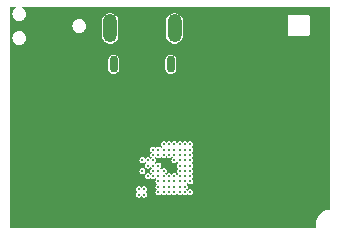
<source format=gbr>
%TF.GenerationSoftware,KiCad,Pcbnew,7.0.7*%
%TF.CreationDate,2023-11-24T16:48:55-08:00*%
%TF.ProjectId,beeper-design,62656570-6572-42d6-9465-7369676e2e6b,rev?*%
%TF.SameCoordinates,Original*%
%TF.FileFunction,Copper,L2,Inr*%
%TF.FilePolarity,Positive*%
%FSLAX46Y46*%
G04 Gerber Fmt 4.6, Leading zero omitted, Abs format (unit mm)*
G04 Created by KiCad (PCBNEW 7.0.7) date 2023-11-24 16:48:55*
%MOMM*%
%LPD*%
G01*
G04 APERTURE LIST*
%TA.AperFunction,ComponentPad*%
%ADD10O,0.730000X1.460000*%
%TD*%
%TA.AperFunction,ComponentPad*%
%ADD11O,1.200000X2.400000*%
%TD*%
%TA.AperFunction,ViaPad*%
%ADD12C,0.300000*%
%TD*%
G04 APERTURE END LIST*
D10*
%TO.N,Net-(C36-Pad1)*%
%TO.C,J6*%
X134719176Y-103485414D03*
X139569176Y-103485414D03*
D11*
X134419176Y-100455414D03*
X139869176Y-100455414D03*
%TD*%
D12*
%TO.N,unconnected-(U1D-P0_03-PadD7)*%
X138955165Y-113410086D03*
%TO.N,unconnected-(U1D-P0_20-PadC8)*%
X138505165Y-113860086D03*
%TO.N,unconnected-(U1B-nRST-PadB10)*%
X137307665Y-114517586D03*
%TO.N,unconnected-(U1E-P1_00-PadK4)*%
X140305165Y-110710086D03*
%TO.N,unconnected-(U1E-P1_07-PadK3)*%
X140755165Y-110710086D03*
%TO.N,unconnected-(U1E-P1_02-PadD5)*%
X139855165Y-113410086D03*
%TO.N,unconnected-(U1E-P1_13-PadH4)*%
X140305165Y-111610086D03*
%TO.N,unconnected-(U1D-P0_16-PadG8)*%
X138505165Y-112060086D03*
%TO.N,unconnected-(U1E-P1_01-PadE8)*%
X138505165Y-112960086D03*
%TO.N,unconnected-(U1E-P1_04-PadB8)*%
X138505165Y-114310086D03*
%TO.N,unconnected-(U1D-P0_23-PadH9)*%
X138055165Y-111610086D03*
%TO.N,unconnected-(U1D-P0_09-PadE7)*%
X138955165Y-112960086D03*
%TO.N,unconnected-(U1D-P0_02-PadD8)*%
X138505165Y-113410086D03*
%TO.N,unconnected-(U1E-P1_10-PadE5)*%
X139855165Y-112960086D03*
%TO.N,unconnected-(U1D-P0_18-PadB11)*%
X136857665Y-114517586D03*
%TO.N,unconnected-(U1D-P0_25-PadC3)*%
X140755165Y-113860086D03*
%TO.N,unconnected-(U1D-P0_10-PadG9)*%
X138055165Y-112060086D03*
%TO.N,unconnected-(U1E-P1_20-PadF3)*%
X140755165Y-112510086D03*
%TO.N,unconnected-(U1E-P1_28-PadF2)*%
X141205165Y-112510086D03*
%TO.N,unconnected-(U1D-P0_15-PadF8)*%
X138505165Y-112510086D03*
%TO.N,unconnected-(U1D-P0_21-PadE10)*%
X137605165Y-112960086D03*
%TO.N,unconnected-(U1D-P0_12-PadD4)*%
X140305165Y-113410086D03*
%TO.N,unconnected-(U1A-OQSIF_CLK-PadB4)*%
X140305165Y-114310086D03*
%TO.N,unconnected-(U1E-P1_19-PadF4)*%
X140305165Y-112510086D03*
%TO.N,unconnected-(U1D-P0_07-PadB6)*%
X139405165Y-114310086D03*
%TO.N,unconnected-(U1D-P0_26-PadC4)*%
X140305165Y-113860086D03*
%TO.N,unconnected-(U1E-P1_15-PadJ6)*%
X139405165Y-111160086D03*
%TO.N,unconnected-(U1D-P0_27-PadL7)*%
X138955165Y-110260086D03*
%TO.N,unconnected-(U1E-P1_24-PadJ3)*%
X140755165Y-111160086D03*
%TO.N,unconnected-(U1D-P0_08-PadG10)*%
X137605165Y-112060086D03*
%TO.N,unconnected-(U1E-P1_08-PadC6)*%
X139405165Y-113860086D03*
%TO.N,unconnected-(U1D-P0_22-PadH2)*%
X141205165Y-111610086D03*
%TO.N,unconnected-(U1D-P0_24-PadF7)*%
X138955165Y-112510086D03*
%TO.N,unconnected-(U1D-P0_17-PadF9)*%
X138055165Y-112510086D03*
%TO.N,unconnected-(U1E-P1_16-PadB5)*%
X139855165Y-114310086D03*
%TO.N,unconnected-(U1A-OQSIF_D3-PadB3)*%
X140755165Y-114310086D03*
%TO.N,unconnected-(U1D-P0_30-PadH10)*%
X137605165Y-111610086D03*
%TO.N,Net-(U1B-XTAL32Mp)*%
X137155165Y-112510086D03*
%TO.N,mcu_mcu-button0_gpio*%
X138055165Y-111160086D03*
%TO.N,/wpwr.module/mcu_mcu-etm_data3*%
X139405165Y-110710086D03*
%TO.N,/wpwr.module/mcu_mcu-mem_sdio2*%
X139855165Y-111610086D03*
%TO.N,/wpwr.module/V18P*%
X141205165Y-111160086D03*
%TO.N,VDDSYS*%
X141205165Y-110710086D03*
%TO.N,mcu_c-i2c_scl*%
X140755165Y-112960086D03*
%TO.N,/wpwr.module/mcu_mcu-mem_sdio0*%
X140305165Y-111160086D03*
%TO.N,GND*%
X138505165Y-111610086D03*
X138505165Y-114760086D03*
X139405165Y-111610086D03*
X137757665Y-114967586D03*
X136407665Y-114967586D03*
X139855165Y-112510086D03*
X139855165Y-112060086D03*
X138505165Y-110260086D03*
X136857665Y-114967586D03*
X136407665Y-113617586D03*
X138955165Y-111610086D03*
X138955165Y-112060086D03*
X137155165Y-112960086D03*
X139405165Y-112510086D03*
X137757665Y-114517586D03*
X136407665Y-114067586D03*
X138055165Y-110260086D03*
X139405165Y-112060086D03*
X141205165Y-113860086D03*
%TO.N,/wpwr.module/mcu_mcu-etm_data0*%
X138505165Y-111160086D03*
%TO.N,/wpwr.module/mcu_mcu-etm_clk*%
X139855165Y-110710086D03*
%TO.N,mcu_q-spi_cs*%
X141205165Y-112960086D03*
%TO.N,board-io_rgb_b*%
X140305165Y-110260086D03*
%TO.N,/wpwr.module/V12*%
X140755165Y-110260086D03*
%TO.N,/wpwr.module/mcu_mcu-etm_data2*%
X138955165Y-111160086D03*
%TO.N,/wpwr.module/mcu_mcu-dbg-m33_swdio*%
X138955165Y-113860086D03*
%TO.N,/wpwr.module/mcu_conn-uart_rx*%
X140305165Y-112960086D03*
%TO.N,/wpwr.module/mcu_mcu-mem_cs*%
X139855165Y-111160086D03*
%TO.N,/wpwr.module/V14*%
X141205165Y-110260086D03*
%TO.N,/wpwr.module/mcu_mcu-mem_sdio1*%
X140755165Y-112060086D03*
%TO.N,mcu_hap-gpio0_gpio*%
X140755165Y-113410086D03*
%TO.N,mcu_c-i2c_sda*%
X141205165Y-113410086D03*
%TO.N,mcu_mcu-wpwr1_gpio*%
X141205165Y-114310086D03*
%TO.N,mcu_q-spi_sdo*%
X138955165Y-114310086D03*
%TO.N,/wpwr.module/mcu_conn-uart_tx*%
X139405165Y-112960086D03*
%TO.N,mcu_q-spi_sdi*%
X141205165Y-112060086D03*
%TO.N,mcu_hap-i2c_scl*%
X139855165Y-113860086D03*
%TO.N,board-io_rgb_r*%
X139855165Y-110260086D03*
%TO.N,mcu_hap-gpio1_gpio*%
X137155165Y-111610086D03*
%TO.N,board-io_rgb_g*%
X139405165Y-110260086D03*
%TO.N,mcu_mcu-wpwr0_gpio*%
X136857665Y-114067586D03*
%TO.N,/wpwr.module/mcu_mcu-etm_data1*%
X138955165Y-110710086D03*
%TO.N,mcu_q-i3c_scl*%
X138055165Y-110710086D03*
%TO.N,mcu_hap-i2c_sda*%
X138055165Y-112960086D03*
%TO.N,/wpwr.module/mcu_mcu-mem_sdio3*%
X140305165Y-112060086D03*
%TO.N,/wpwr.module/mcu_mcu-mem_sck*%
X140755165Y-111610086D03*
%TO.N,mcu_q-spi_sck*%
X137307665Y-114067586D03*
%TO.N,/wpwr.module/mcu_mcu-dbg-m33_swdclk*%
X139405165Y-113410086D03*
%TO.N,board-io_qsen-i3c_sda*%
X138505165Y-110710086D03*
%TD*%
%TA.AperFunction,Conductor*%
%TO.N,GND*%
G36*
X139637943Y-111287797D02*
G01*
X139641805Y-111291659D01*
X139674564Y-111340687D01*
X139723590Y-111373445D01*
X139729543Y-111382355D01*
X139727453Y-111392864D01*
X139723590Y-111396727D01*
X139674564Y-111429485D01*
X139619198Y-111512347D01*
X139599757Y-111610085D01*
X139599757Y-111610086D01*
X139619198Y-111707824D01*
X139619198Y-111707825D01*
X139619199Y-111707826D01*
X139674564Y-111790687D01*
X139757425Y-111846052D01*
X139855165Y-111865494D01*
X139952905Y-111846052D01*
X140035766Y-111790687D01*
X140068523Y-111741659D01*
X140077432Y-111735707D01*
X140087942Y-111737797D01*
X140091804Y-111741660D01*
X140124562Y-111790685D01*
X140124563Y-111790685D01*
X140124564Y-111790687D01*
X140173591Y-111823445D01*
X140179543Y-111832354D01*
X140177453Y-111842863D01*
X140173590Y-111846725D01*
X140124565Y-111879483D01*
X140069198Y-111962347D01*
X140049757Y-112060085D01*
X140049757Y-112060086D01*
X140069198Y-112157824D01*
X140069198Y-112157825D01*
X140069199Y-112157826D01*
X140124564Y-112240687D01*
X140173590Y-112273445D01*
X140179543Y-112282355D01*
X140177453Y-112292864D01*
X140173590Y-112296727D01*
X140124564Y-112329485D01*
X140069198Y-112412347D01*
X140049757Y-112510085D01*
X140049757Y-112510086D01*
X140069198Y-112607824D01*
X140069198Y-112607825D01*
X140069199Y-112607826D01*
X140124564Y-112690687D01*
X140173591Y-112723445D01*
X140179543Y-112732354D01*
X140177453Y-112742863D01*
X140173590Y-112746725D01*
X140124564Y-112779484D01*
X140091804Y-112828511D01*
X140082895Y-112834464D01*
X140072386Y-112832373D01*
X140068523Y-112828511D01*
X140035766Y-112779485D01*
X139952905Y-112724120D01*
X139952904Y-112724119D01*
X139952903Y-112724119D01*
X139855165Y-112704678D01*
X139757426Y-112724119D01*
X139674564Y-112779485D01*
X139641806Y-112828511D01*
X139632896Y-112834464D01*
X139622387Y-112832374D01*
X139618524Y-112828511D01*
X139585766Y-112779485D01*
X139502905Y-112724120D01*
X139502904Y-112724119D01*
X139502903Y-112724119D01*
X139405165Y-112704678D01*
X139307426Y-112724119D01*
X139224564Y-112779485D01*
X139191806Y-112828511D01*
X139182896Y-112834464D01*
X139172387Y-112832374D01*
X139168524Y-112828511D01*
X139135766Y-112779485D01*
X139113420Y-112764554D01*
X139086739Y-112746726D01*
X139080786Y-112737816D01*
X139082876Y-112727307D01*
X139086735Y-112723447D01*
X139135766Y-112690687D01*
X139191131Y-112607826D01*
X139210573Y-112510086D01*
X139191131Y-112412346D01*
X139135766Y-112329485D01*
X139052905Y-112274120D01*
X139052904Y-112274119D01*
X139052903Y-112274119D01*
X138955165Y-112254678D01*
X138857426Y-112274119D01*
X138774564Y-112329485D01*
X138741806Y-112378511D01*
X138732896Y-112384464D01*
X138722387Y-112382374D01*
X138718524Y-112378511D01*
X138685766Y-112329485D01*
X138636738Y-112296726D01*
X138630786Y-112287817D01*
X138632876Y-112277308D01*
X138636739Y-112273445D01*
X138685766Y-112240687D01*
X138741131Y-112157826D01*
X138760573Y-112060086D01*
X138741131Y-111962346D01*
X138685766Y-111879485D01*
X138602905Y-111824120D01*
X138602904Y-111824119D01*
X138602903Y-111824119D01*
X138505165Y-111804678D01*
X138407426Y-111824119D01*
X138324564Y-111879485D01*
X138291806Y-111928511D01*
X138282896Y-111934464D01*
X138272387Y-111932374D01*
X138268524Y-111928511D01*
X138235766Y-111879485D01*
X138186738Y-111846726D01*
X138180786Y-111837817D01*
X138182876Y-111827308D01*
X138186739Y-111823445D01*
X138235766Y-111790687D01*
X138291131Y-111707826D01*
X138310573Y-111610086D01*
X138291131Y-111512346D01*
X138235766Y-111429485D01*
X138186738Y-111396726D01*
X138180786Y-111387817D01*
X138182876Y-111377308D01*
X138186739Y-111373445D01*
X138235766Y-111340687D01*
X138268524Y-111291659D01*
X138277434Y-111285707D01*
X138287943Y-111287797D01*
X138291805Y-111291659D01*
X138324564Y-111340687D01*
X138407425Y-111396052D01*
X138456295Y-111405773D01*
X138505164Y-111415494D01*
X138505164Y-111415493D01*
X138505165Y-111415494D01*
X138602905Y-111396052D01*
X138685766Y-111340687D01*
X138718524Y-111291659D01*
X138727434Y-111285707D01*
X138737943Y-111287797D01*
X138741805Y-111291659D01*
X138774564Y-111340687D01*
X138857425Y-111396052D01*
X138906295Y-111405773D01*
X138955164Y-111415494D01*
X138955164Y-111415493D01*
X138955165Y-111415494D01*
X139052905Y-111396052D01*
X139135766Y-111340687D01*
X139168524Y-111291659D01*
X139177434Y-111285707D01*
X139187943Y-111287797D01*
X139191805Y-111291659D01*
X139224564Y-111340687D01*
X139307425Y-111396052D01*
X139405165Y-111415494D01*
X139502905Y-111396052D01*
X139585766Y-111340687D01*
X139618524Y-111291659D01*
X139627434Y-111285707D01*
X139637943Y-111287797D01*
G37*
%TD.AperFunction*%
%TA.AperFunction,Conductor*%
G36*
X126484222Y-98684601D02*
G01*
X126488323Y-98694500D01*
X126484222Y-98704399D01*
X126479682Y-98707433D01*
X126458859Y-98716058D01*
X126429321Y-98728293D01*
X126429319Y-98728294D01*
X126308999Y-98820620D01*
X126216673Y-98940940D01*
X126216672Y-98940942D01*
X126158633Y-99081061D01*
X126158633Y-99081063D01*
X126143551Y-99195624D01*
X126138837Y-99231428D01*
X126158554Y-99381196D01*
X126158633Y-99381792D01*
X126158633Y-99381794D01*
X126216672Y-99521913D01*
X126216673Y-99521915D01*
X126254586Y-99571323D01*
X126308999Y-99642236D01*
X126429322Y-99734563D01*
X126569441Y-99792602D01*
X126682056Y-99807428D01*
X126757558Y-99807428D01*
X126870173Y-99792602D01*
X127010292Y-99734563D01*
X127130615Y-99642236D01*
X127222942Y-99521913D01*
X127280981Y-99381794D01*
X127300777Y-99231428D01*
X127280981Y-99081062D01*
X127222942Y-98940943D01*
X127130615Y-98820620D01*
X127059702Y-98766207D01*
X127010294Y-98728294D01*
X127010292Y-98728293D01*
X127010292Y-98728292D01*
X126959932Y-98707433D01*
X126952357Y-98699858D01*
X126952357Y-98689142D01*
X126959933Y-98681566D01*
X126965291Y-98680500D01*
X153055500Y-98680500D01*
X153065399Y-98684601D01*
X153069500Y-98694500D01*
X153069500Y-115805500D01*
X153065399Y-115815399D01*
X153055500Y-115819500D01*
X152907093Y-115819500D01*
X152723565Y-115848568D01*
X152546842Y-115905988D01*
X152381286Y-115990344D01*
X152381270Y-115990354D01*
X152230957Y-116099563D01*
X152230949Y-116099570D01*
X152099570Y-116230949D01*
X152099563Y-116230957D01*
X151990354Y-116381270D01*
X151990344Y-116381286D01*
X151905988Y-116546842D01*
X151848568Y-116723565D01*
X151819500Y-116907093D01*
X151819500Y-117305500D01*
X151815399Y-117315399D01*
X151805500Y-117319500D01*
X125944500Y-117319500D01*
X125934601Y-117315399D01*
X125930500Y-117305500D01*
X125930500Y-114517586D01*
X136602257Y-114517586D01*
X136621698Y-114615324D01*
X136621698Y-114615325D01*
X136621699Y-114615326D01*
X136677064Y-114698187D01*
X136759925Y-114753552D01*
X136857665Y-114772994D01*
X136955405Y-114753552D01*
X137038266Y-114698187D01*
X137071024Y-114649159D01*
X137079934Y-114643207D01*
X137090443Y-114645297D01*
X137094305Y-114649159D01*
X137127064Y-114698187D01*
X137209925Y-114753552D01*
X137307665Y-114772994D01*
X137405405Y-114753552D01*
X137488266Y-114698187D01*
X137543631Y-114615326D01*
X137563073Y-114517586D01*
X137543631Y-114419846D01*
X137488266Y-114336985D01*
X137439238Y-114304226D01*
X137433286Y-114295317D01*
X137435376Y-114284808D01*
X137439239Y-114280945D01*
X137488266Y-114248187D01*
X137543631Y-114165326D01*
X137563073Y-114067586D01*
X137560505Y-114054678D01*
X137546786Y-113985707D01*
X137543631Y-113969846D01*
X137488266Y-113886985D01*
X137405405Y-113831620D01*
X137405404Y-113831619D01*
X137405403Y-113831619D01*
X137307665Y-113812178D01*
X137209926Y-113831619D01*
X137127064Y-113886985D01*
X137094306Y-113936011D01*
X137085396Y-113941964D01*
X137074887Y-113939874D01*
X137071024Y-113936011D01*
X137038266Y-113886985D01*
X136955405Y-113831620D01*
X136955404Y-113831619D01*
X136955403Y-113831619D01*
X136857665Y-113812178D01*
X136759926Y-113831619D01*
X136677064Y-113886985D01*
X136621698Y-113969847D01*
X136602257Y-114067585D01*
X136602257Y-114067586D01*
X136621698Y-114165324D01*
X136621698Y-114165325D01*
X136621699Y-114165326D01*
X136677064Y-114248187D01*
X136726090Y-114280945D01*
X136732043Y-114289855D01*
X136729953Y-114300364D01*
X136726090Y-114304227D01*
X136677064Y-114336985D01*
X136621698Y-114419847D01*
X136602257Y-114517585D01*
X136602257Y-114517586D01*
X125930500Y-114517586D01*
X125930500Y-112510086D01*
X136899757Y-112510086D01*
X136919198Y-112607824D01*
X136919198Y-112607825D01*
X136919199Y-112607826D01*
X136974564Y-112690687D01*
X137057425Y-112746052D01*
X137106295Y-112755773D01*
X137155164Y-112765494D01*
X137155164Y-112765493D01*
X137155165Y-112765494D01*
X137252905Y-112746052D01*
X137335766Y-112690687D01*
X137391131Y-112607826D01*
X137410573Y-112510086D01*
X137391131Y-112412346D01*
X137335766Y-112329485D01*
X137252905Y-112274120D01*
X137252904Y-112274119D01*
X137252903Y-112274119D01*
X137155165Y-112254678D01*
X137057426Y-112274119D01*
X136974564Y-112329485D01*
X136919198Y-112412347D01*
X136899757Y-112510085D01*
X136899757Y-112510086D01*
X125930500Y-112510086D01*
X125930500Y-111610086D01*
X136899757Y-111610086D01*
X136919198Y-111707824D01*
X136919198Y-111707825D01*
X136919199Y-111707826D01*
X136974564Y-111790687D01*
X137057425Y-111846052D01*
X137155165Y-111865494D01*
X137252905Y-111846052D01*
X137335766Y-111790687D01*
X137368524Y-111741659D01*
X137377434Y-111735707D01*
X137387943Y-111737797D01*
X137391805Y-111741659D01*
X137424564Y-111790687D01*
X137473591Y-111823445D01*
X137479543Y-111832354D01*
X137477453Y-111842863D01*
X137473590Y-111846725D01*
X137424565Y-111879483D01*
X137369198Y-111962347D01*
X137349757Y-112060085D01*
X137349757Y-112060086D01*
X137369198Y-112157824D01*
X137369198Y-112157825D01*
X137369199Y-112157826D01*
X137424564Y-112240687D01*
X137507425Y-112296052D01*
X137605165Y-112315494D01*
X137702905Y-112296052D01*
X137785766Y-112240687D01*
X137818524Y-112191659D01*
X137827434Y-112185707D01*
X137837943Y-112187797D01*
X137841805Y-112191659D01*
X137874564Y-112240687D01*
X137923590Y-112273445D01*
X137929543Y-112282355D01*
X137927453Y-112292864D01*
X137923590Y-112296727D01*
X137874564Y-112329485D01*
X137819198Y-112412347D01*
X137799757Y-112510085D01*
X137799757Y-112510086D01*
X137819198Y-112607824D01*
X137819198Y-112607825D01*
X137819199Y-112607826D01*
X137874564Y-112690687D01*
X137923591Y-112723445D01*
X137929543Y-112732354D01*
X137927453Y-112742863D01*
X137923590Y-112746725D01*
X137874565Y-112779483D01*
X137841806Y-112828511D01*
X137832896Y-112834464D01*
X137822387Y-112832374D01*
X137818524Y-112828511D01*
X137785766Y-112779485D01*
X137702905Y-112724120D01*
X137702904Y-112724119D01*
X137702903Y-112724119D01*
X137605165Y-112704678D01*
X137507426Y-112724119D01*
X137424564Y-112779485D01*
X137369198Y-112862347D01*
X137349757Y-112960085D01*
X137349757Y-112960086D01*
X137369198Y-113057824D01*
X137369198Y-113057825D01*
X137369199Y-113057826D01*
X137424564Y-113140687D01*
X137507425Y-113196052D01*
X137556295Y-113205773D01*
X137605164Y-113215494D01*
X137605164Y-113215493D01*
X137605165Y-113215494D01*
X137702905Y-113196052D01*
X137785766Y-113140687D01*
X137818524Y-113091659D01*
X137827434Y-113085707D01*
X137837943Y-113087797D01*
X137841805Y-113091659D01*
X137874564Y-113140687D01*
X137957425Y-113196052D01*
X138055165Y-113215494D01*
X138152905Y-113196052D01*
X138235766Y-113140687D01*
X138268524Y-113091659D01*
X138277434Y-113085707D01*
X138287943Y-113087797D01*
X138291805Y-113091659D01*
X138324564Y-113140687D01*
X138373590Y-113173445D01*
X138379543Y-113182355D01*
X138377453Y-113192864D01*
X138373590Y-113196727D01*
X138324564Y-113229485D01*
X138269198Y-113312347D01*
X138249757Y-113410085D01*
X138249757Y-113410086D01*
X138269198Y-113507824D01*
X138269198Y-113507825D01*
X138269199Y-113507826D01*
X138324564Y-113590687D01*
X138373591Y-113623445D01*
X138379543Y-113632354D01*
X138377453Y-113642863D01*
X138373590Y-113646725D01*
X138324565Y-113679483D01*
X138269198Y-113762347D01*
X138249757Y-113860085D01*
X138249757Y-113860086D01*
X138269198Y-113957824D01*
X138269198Y-113957825D01*
X138269199Y-113957826D01*
X138324564Y-114040687D01*
X138373590Y-114073445D01*
X138379543Y-114082355D01*
X138377453Y-114092864D01*
X138373590Y-114096727D01*
X138324564Y-114129485D01*
X138269198Y-114212347D01*
X138249757Y-114310085D01*
X138249757Y-114310086D01*
X138269198Y-114407824D01*
X138269198Y-114407825D01*
X138269199Y-114407826D01*
X138324564Y-114490687D01*
X138407425Y-114546052D01*
X138505165Y-114565494D01*
X138602905Y-114546052D01*
X138685766Y-114490687D01*
X138718524Y-114441659D01*
X138727434Y-114435707D01*
X138737943Y-114437797D01*
X138741805Y-114441659D01*
X138774564Y-114490687D01*
X138857425Y-114546052D01*
X138906295Y-114555773D01*
X138955164Y-114565494D01*
X138955164Y-114565493D01*
X138955165Y-114565494D01*
X139052905Y-114546052D01*
X139135766Y-114490687D01*
X139168524Y-114441659D01*
X139177434Y-114435707D01*
X139187943Y-114437797D01*
X139191805Y-114441659D01*
X139224564Y-114490687D01*
X139307425Y-114546052D01*
X139356295Y-114555773D01*
X139405164Y-114565494D01*
X139405164Y-114565493D01*
X139405165Y-114565494D01*
X139502905Y-114546052D01*
X139585766Y-114490687D01*
X139618524Y-114441659D01*
X139627434Y-114435707D01*
X139637943Y-114437797D01*
X139641805Y-114441659D01*
X139674564Y-114490687D01*
X139757425Y-114546052D01*
X139855165Y-114565494D01*
X139952905Y-114546052D01*
X140035766Y-114490687D01*
X140068523Y-114441659D01*
X140077432Y-114435707D01*
X140087942Y-114437797D01*
X140091804Y-114441660D01*
X140124562Y-114490685D01*
X140124563Y-114490685D01*
X140124564Y-114490687D01*
X140207425Y-114546052D01*
X140305165Y-114565494D01*
X140402905Y-114546052D01*
X140485766Y-114490687D01*
X140518524Y-114441659D01*
X140527434Y-114435707D01*
X140537943Y-114437797D01*
X140541805Y-114441659D01*
X140574564Y-114490687D01*
X140657425Y-114546052D01*
X140706295Y-114555773D01*
X140755164Y-114565494D01*
X140755164Y-114565493D01*
X140755165Y-114565494D01*
X140852905Y-114546052D01*
X140935766Y-114490687D01*
X140968524Y-114441659D01*
X140977434Y-114435707D01*
X140987943Y-114437797D01*
X140991805Y-114441659D01*
X141024564Y-114490687D01*
X141107425Y-114546052D01*
X141156295Y-114555773D01*
X141205164Y-114565494D01*
X141205164Y-114565493D01*
X141205165Y-114565494D01*
X141302905Y-114546052D01*
X141385766Y-114490687D01*
X141441131Y-114407826D01*
X141460573Y-114310086D01*
X141441131Y-114212346D01*
X141385766Y-114129485D01*
X141302905Y-114074120D01*
X141302904Y-114074119D01*
X141302903Y-114074119D01*
X141205165Y-114054678D01*
X141107426Y-114074119D01*
X141024564Y-114129485D01*
X140991806Y-114178511D01*
X140982896Y-114184464D01*
X140972387Y-114182374D01*
X140968524Y-114178511D01*
X140959714Y-114165326D01*
X140935766Y-114129485D01*
X140886738Y-114096726D01*
X140880786Y-114087817D01*
X140882876Y-114077308D01*
X140886739Y-114073445D01*
X140935766Y-114040687D01*
X140991131Y-113957826D01*
X141010573Y-113860086D01*
X141004910Y-113831619D01*
X140991131Y-113762347D01*
X140991131Y-113762346D01*
X140935766Y-113679485D01*
X140886738Y-113646726D01*
X140880786Y-113637817D01*
X140882876Y-113627308D01*
X140886739Y-113623445D01*
X140935766Y-113590687D01*
X140968524Y-113541659D01*
X140977434Y-113535707D01*
X140987943Y-113537797D01*
X140991805Y-113541659D01*
X141024564Y-113590687D01*
X141107425Y-113646052D01*
X141205165Y-113665494D01*
X141302905Y-113646052D01*
X141385766Y-113590687D01*
X141441131Y-113507826D01*
X141460573Y-113410086D01*
X141441131Y-113312346D01*
X141385766Y-113229485D01*
X141336738Y-113196726D01*
X141330786Y-113187817D01*
X141332876Y-113177308D01*
X141336739Y-113173445D01*
X141385766Y-113140687D01*
X141441131Y-113057826D01*
X141460573Y-112960086D01*
X141441131Y-112862346D01*
X141385766Y-112779485D01*
X141385764Y-112779484D01*
X141385764Y-112779483D01*
X141336739Y-112746725D01*
X141330786Y-112737816D01*
X141332877Y-112727307D01*
X141336737Y-112723445D01*
X141385766Y-112690687D01*
X141441131Y-112607826D01*
X141460573Y-112510086D01*
X141441131Y-112412346D01*
X141385766Y-112329485D01*
X141336738Y-112296726D01*
X141330786Y-112287817D01*
X141332876Y-112277308D01*
X141336739Y-112273445D01*
X141385766Y-112240687D01*
X141441131Y-112157826D01*
X141460573Y-112060086D01*
X141441131Y-111962346D01*
X141385766Y-111879485D01*
X141336738Y-111846726D01*
X141330786Y-111837817D01*
X141332876Y-111827308D01*
X141336739Y-111823445D01*
X141385766Y-111790687D01*
X141441131Y-111707826D01*
X141460573Y-111610086D01*
X141441131Y-111512346D01*
X141385766Y-111429485D01*
X141363420Y-111414554D01*
X141336739Y-111396726D01*
X141330786Y-111387816D01*
X141332876Y-111377307D01*
X141336735Y-111373447D01*
X141385766Y-111340687D01*
X141441131Y-111257826D01*
X141460573Y-111160086D01*
X141441131Y-111062346D01*
X141385766Y-110979485D01*
X141336738Y-110946726D01*
X141330786Y-110937817D01*
X141332876Y-110927308D01*
X141336739Y-110923445D01*
X141385766Y-110890687D01*
X141441131Y-110807826D01*
X141460573Y-110710086D01*
X141441131Y-110612346D01*
X141385766Y-110529485D01*
X141336738Y-110496726D01*
X141330786Y-110487817D01*
X141332876Y-110477308D01*
X141336739Y-110473445D01*
X141385766Y-110440687D01*
X141441131Y-110357826D01*
X141460573Y-110260086D01*
X141441131Y-110162346D01*
X141385766Y-110079485D01*
X141302905Y-110024120D01*
X141302904Y-110024119D01*
X141302903Y-110024119D01*
X141205165Y-110004678D01*
X141107426Y-110024119D01*
X141024564Y-110079485D01*
X140991806Y-110128511D01*
X140982896Y-110134464D01*
X140972387Y-110132374D01*
X140968524Y-110128511D01*
X140935766Y-110079485D01*
X140852905Y-110024120D01*
X140852904Y-110024119D01*
X140852903Y-110024119D01*
X140755165Y-110004678D01*
X140657426Y-110024119D01*
X140574564Y-110079485D01*
X140541806Y-110128511D01*
X140532896Y-110134464D01*
X140522387Y-110132374D01*
X140518524Y-110128511D01*
X140485766Y-110079485D01*
X140402905Y-110024120D01*
X140402904Y-110024119D01*
X140402903Y-110024119D01*
X140305165Y-110004678D01*
X140207426Y-110024119D01*
X140124564Y-110079485D01*
X140091806Y-110128511D01*
X140082896Y-110134464D01*
X140072387Y-110132374D01*
X140068524Y-110128511D01*
X140035766Y-110079485D01*
X139952905Y-110024120D01*
X139952904Y-110024119D01*
X139952903Y-110024119D01*
X139855165Y-110004678D01*
X139757426Y-110024119D01*
X139674564Y-110079485D01*
X139641806Y-110128511D01*
X139632896Y-110134464D01*
X139622387Y-110132374D01*
X139618524Y-110128511D01*
X139585766Y-110079485D01*
X139502905Y-110024120D01*
X139502904Y-110024119D01*
X139502903Y-110024119D01*
X139405165Y-110004678D01*
X139307426Y-110024119D01*
X139224564Y-110079485D01*
X139191806Y-110128511D01*
X139182896Y-110134464D01*
X139172387Y-110132374D01*
X139168524Y-110128511D01*
X139135766Y-110079485D01*
X139052905Y-110024120D01*
X139052904Y-110024119D01*
X139052903Y-110024119D01*
X138955165Y-110004678D01*
X138857426Y-110024119D01*
X138774564Y-110079485D01*
X138719198Y-110162347D01*
X138699757Y-110260085D01*
X138699757Y-110260086D01*
X138719198Y-110357824D01*
X138719198Y-110357825D01*
X138719199Y-110357826D01*
X138774564Y-110440687D01*
X138823590Y-110473445D01*
X138829543Y-110482355D01*
X138827453Y-110492864D01*
X138823590Y-110496727D01*
X138774564Y-110529485D01*
X138741806Y-110578511D01*
X138732896Y-110584464D01*
X138722387Y-110582374D01*
X138718524Y-110578511D01*
X138685766Y-110529485D01*
X138602905Y-110474120D01*
X138602904Y-110474119D01*
X138602903Y-110474119D01*
X138505165Y-110454678D01*
X138407426Y-110474119D01*
X138324564Y-110529485D01*
X138291806Y-110578511D01*
X138282896Y-110584464D01*
X138272387Y-110582374D01*
X138268524Y-110578511D01*
X138235766Y-110529485D01*
X138152905Y-110474120D01*
X138152904Y-110474119D01*
X138152903Y-110474119D01*
X138055165Y-110454678D01*
X137957426Y-110474119D01*
X137874564Y-110529485D01*
X137819198Y-110612347D01*
X137799757Y-110710085D01*
X137799757Y-110710086D01*
X137819198Y-110807824D01*
X137819198Y-110807825D01*
X137819199Y-110807826D01*
X137874564Y-110890687D01*
X137923591Y-110923445D01*
X137929543Y-110932354D01*
X137927453Y-110942863D01*
X137923590Y-110946725D01*
X137874565Y-110979483D01*
X137819198Y-111062347D01*
X137799757Y-111160085D01*
X137799757Y-111160086D01*
X137819198Y-111257824D01*
X137819198Y-111257825D01*
X137819199Y-111257826D01*
X137874564Y-111340687D01*
X137923590Y-111373445D01*
X137929543Y-111382355D01*
X137927453Y-111392864D01*
X137923590Y-111396727D01*
X137874564Y-111429485D01*
X137841806Y-111478511D01*
X137832896Y-111484464D01*
X137822387Y-111482374D01*
X137818524Y-111478511D01*
X137785766Y-111429485D01*
X137702905Y-111374120D01*
X137702904Y-111374119D01*
X137702903Y-111374119D01*
X137605165Y-111354678D01*
X137507426Y-111374119D01*
X137424564Y-111429485D01*
X137391806Y-111478511D01*
X137382896Y-111484464D01*
X137372387Y-111482374D01*
X137368524Y-111478511D01*
X137335766Y-111429485D01*
X137252905Y-111374120D01*
X137252904Y-111374119D01*
X137252903Y-111374119D01*
X137155165Y-111354678D01*
X137057426Y-111374119D01*
X136974564Y-111429485D01*
X136919198Y-111512347D01*
X136899757Y-111610085D01*
X136899757Y-111610086D01*
X125930500Y-111610086D01*
X125930500Y-103885298D01*
X134253676Y-103885298D01*
X134269332Y-103989173D01*
X134330216Y-104115599D01*
X134330217Y-104115601D01*
X134379726Y-104168958D01*
X134425663Y-104218468D01*
X134494313Y-104258102D01*
X134547189Y-104288630D01*
X134683996Y-104319856D01*
X134823930Y-104309369D01*
X134954555Y-104258102D01*
X135064266Y-104170611D01*
X135143314Y-104054668D01*
X135184676Y-103920577D01*
X135184676Y-103885298D01*
X139103676Y-103885298D01*
X139119332Y-103989173D01*
X139180216Y-104115599D01*
X139180217Y-104115601D01*
X139229726Y-104168958D01*
X139275663Y-104218468D01*
X139344313Y-104258102D01*
X139397189Y-104288630D01*
X139533996Y-104319856D01*
X139673930Y-104309369D01*
X139804555Y-104258102D01*
X139914266Y-104170611D01*
X139993314Y-104054668D01*
X140034676Y-103920577D01*
X140034676Y-103085529D01*
X140019020Y-102981656D01*
X139958135Y-102855227D01*
X139905053Y-102798019D01*
X139862688Y-102752359D01*
X139741163Y-102682198D01*
X139741160Y-102682197D01*
X139661807Y-102664085D01*
X139604356Y-102650972D01*
X139604355Y-102650972D01*
X139464418Y-102661459D01*
X139333796Y-102712725D01*
X139224086Y-102800216D01*
X139224084Y-102800218D01*
X139145040Y-102916156D01*
X139145037Y-102916161D01*
X139103676Y-103050252D01*
X139103676Y-103885298D01*
X135184676Y-103885298D01*
X135184676Y-103085529D01*
X135169020Y-102981656D01*
X135108135Y-102855227D01*
X135055053Y-102798019D01*
X135012688Y-102752359D01*
X134891163Y-102682198D01*
X134891160Y-102682197D01*
X134811807Y-102664085D01*
X134754356Y-102650972D01*
X134754355Y-102650972D01*
X134614418Y-102661459D01*
X134483796Y-102712725D01*
X134374086Y-102800216D01*
X134374084Y-102800218D01*
X134295040Y-102916156D01*
X134295037Y-102916161D01*
X134253676Y-103050252D01*
X134253676Y-103885298D01*
X125930500Y-103885298D01*
X125930500Y-101263430D01*
X126138837Y-101263430D01*
X126158633Y-101413792D01*
X126158633Y-101413794D01*
X126216672Y-101553913D01*
X126216673Y-101553915D01*
X126254586Y-101603323D01*
X126308999Y-101674236D01*
X126362390Y-101715204D01*
X126415442Y-101755913D01*
X126429322Y-101766563D01*
X126569441Y-101824602D01*
X126682056Y-101839428D01*
X126757558Y-101839428D01*
X126870173Y-101824602D01*
X127010292Y-101766563D01*
X127130615Y-101674236D01*
X127222942Y-101553913D01*
X127280981Y-101413794D01*
X127300777Y-101263428D01*
X127280981Y-101113062D01*
X127274656Y-101097791D01*
X133718676Y-101097791D01*
X133734036Y-101224288D01*
X133734036Y-101224290D01*
X133794357Y-101383342D01*
X133794358Y-101383344D01*
X133890993Y-101523343D01*
X133890994Y-101523345D01*
X134018320Y-101636145D01*
X134018322Y-101636146D01*
X134018324Y-101636148D01*
X134018326Y-101636149D01*
X134018329Y-101636151D01*
X134168952Y-101715205D01*
X134291677Y-101745452D01*
X134334120Y-101755914D01*
X134504232Y-101755914D01*
X134586816Y-101735558D01*
X134669399Y-101715205D01*
X134820022Y-101636151D01*
X134820020Y-101636151D01*
X134820028Y-101636148D01*
X134912850Y-101553915D01*
X134947357Y-101523345D01*
X134947357Y-101523344D01*
X134947359Y-101523343D01*
X135043994Y-101383344D01*
X135089473Y-101263425D01*
X135104315Y-101224290D01*
X135104315Y-101224288D01*
X135104314Y-101224288D01*
X135104316Y-101224286D01*
X135119675Y-101097791D01*
X139168676Y-101097791D01*
X139184036Y-101224288D01*
X139184036Y-101224290D01*
X139244357Y-101383342D01*
X139244358Y-101383344D01*
X139340992Y-101523343D01*
X139340993Y-101523343D01*
X139340994Y-101523345D01*
X139468320Y-101636145D01*
X139468322Y-101636146D01*
X139468324Y-101636148D01*
X139468326Y-101636149D01*
X139468329Y-101636151D01*
X139618952Y-101715205D01*
X139741677Y-101745452D01*
X139784120Y-101755914D01*
X139954232Y-101755914D01*
X140036816Y-101735558D01*
X140119399Y-101715205D01*
X140270022Y-101636151D01*
X140270020Y-101636151D01*
X140270028Y-101636148D01*
X140362850Y-101553915D01*
X140397357Y-101523345D01*
X140397357Y-101523344D01*
X140397359Y-101523343D01*
X140493994Y-101383344D01*
X140539473Y-101263425D01*
X140554315Y-101224290D01*
X140554315Y-101224288D01*
X140554314Y-101224288D01*
X140554316Y-101224286D01*
X140569676Y-101097786D01*
X140569676Y-100933406D01*
X149436602Y-100933406D01*
X149440598Y-100966313D01*
X149440649Y-100967158D01*
X149440649Y-100977734D01*
X149443178Y-100987996D01*
X149443331Y-100988827D01*
X149447328Y-101021736D01*
X149452352Y-101029015D01*
X149454423Y-101033617D01*
X149456540Y-101042206D01*
X149456541Y-101042207D01*
X149478522Y-101067018D01*
X149479039Y-101067679D01*
X149486916Y-101079090D01*
X149497873Y-101094964D01*
X149504504Y-101098444D01*
X149505706Y-101099075D01*
X149509679Y-101102187D01*
X149515545Y-101108808D01*
X149546546Y-101120565D01*
X149547291Y-101120900D01*
X149576660Y-101136314D01*
X149585505Y-101136314D01*
X149590468Y-101137223D01*
X149598741Y-101140361D01*
X149631649Y-101136364D01*
X149632494Y-101136314D01*
X151085505Y-101136314D01*
X151090468Y-101137223D01*
X151098741Y-101140361D01*
X151131649Y-101136364D01*
X151132494Y-101136314D01*
X151143065Y-101136314D01*
X151143066Y-101136314D01*
X151153345Y-101133779D01*
X151154148Y-101133631D01*
X151187071Y-101129635D01*
X151194352Y-101124608D01*
X151198949Y-101122539D01*
X151207542Y-101120422D01*
X151232354Y-101098439D01*
X151232998Y-101097933D01*
X151260299Y-101079090D01*
X151264412Y-101071252D01*
X151267525Y-101067280D01*
X151274143Y-101061418D01*
X151285903Y-101030409D01*
X151286232Y-101029676D01*
X151301649Y-101000303D01*
X151301649Y-100991456D01*
X151302559Y-100986492D01*
X151305696Y-100978222D01*
X151301700Y-100945313D01*
X151301649Y-100944468D01*
X151301649Y-99491457D01*
X151302559Y-99486492D01*
X151305696Y-99478222D01*
X151301700Y-99445313D01*
X151301649Y-99444468D01*
X151301649Y-99433896D01*
X151300886Y-99430806D01*
X151299115Y-99423619D01*
X151298966Y-99422810D01*
X151294970Y-99389892D01*
X151294969Y-99389890D01*
X151294969Y-99389889D01*
X151289945Y-99382611D01*
X151287874Y-99378010D01*
X151285757Y-99369421D01*
X151263772Y-99344605D01*
X151263262Y-99343955D01*
X151244425Y-99316664D01*
X151244424Y-99316663D01*
X151236589Y-99312551D01*
X151232617Y-99309439D01*
X151226753Y-99302820D01*
X151195765Y-99291066D01*
X151194994Y-99290719D01*
X151165638Y-99275314D01*
X151156793Y-99275314D01*
X151151829Y-99274404D01*
X151143557Y-99271267D01*
X151143556Y-99271267D01*
X151110649Y-99275263D01*
X151109804Y-99275314D01*
X149656793Y-99275314D01*
X149651829Y-99274404D01*
X149643557Y-99271267D01*
X149643556Y-99271267D01*
X149610649Y-99275263D01*
X149609804Y-99275314D01*
X149599229Y-99275314D01*
X149588966Y-99277844D01*
X149588135Y-99277996D01*
X149555228Y-99281992D01*
X149555224Y-99281994D01*
X149547946Y-99287017D01*
X149543348Y-99289087D01*
X149534756Y-99291206D01*
X149509948Y-99313183D01*
X149509282Y-99313704D01*
X149482000Y-99332536D01*
X149481998Y-99332538D01*
X149477885Y-99340375D01*
X149474775Y-99344343D01*
X149471675Y-99347090D01*
X149468154Y-99350210D01*
X149456401Y-99381196D01*
X149456054Y-99381967D01*
X149440649Y-99411324D01*
X149440649Y-99420170D01*
X149439739Y-99425135D01*
X149436602Y-99433405D01*
X149436602Y-99433406D01*
X149440598Y-99466313D01*
X149440649Y-99467158D01*
X149440649Y-100920170D01*
X149439739Y-100925135D01*
X149436602Y-100933405D01*
X149436602Y-100933406D01*
X140569676Y-100933406D01*
X140569676Y-99813042D01*
X140554316Y-99686542D01*
X140554315Y-99686539D01*
X140554315Y-99686537D01*
X140493994Y-99527485D01*
X140493994Y-99527484D01*
X140397359Y-99387485D01*
X140397358Y-99387484D01*
X140397357Y-99387482D01*
X140270031Y-99274682D01*
X140270022Y-99274676D01*
X140119399Y-99195622D01*
X139954234Y-99154914D01*
X139954232Y-99154914D01*
X139784120Y-99154914D01*
X139784117Y-99154914D01*
X139618952Y-99195622D01*
X139468329Y-99274676D01*
X139468320Y-99274682D01*
X139340994Y-99387482D01*
X139340993Y-99387484D01*
X139244357Y-99527485D01*
X139184036Y-99686537D01*
X139184036Y-99686539D01*
X139168676Y-99813036D01*
X139168676Y-101097791D01*
X135119675Y-101097791D01*
X135119676Y-101097786D01*
X135119676Y-99813042D01*
X135104316Y-99686542D01*
X135104315Y-99686539D01*
X135104315Y-99686537D01*
X135043994Y-99527485D01*
X135043994Y-99527484D01*
X134947359Y-99387485D01*
X134947358Y-99387484D01*
X134947357Y-99387482D01*
X134820031Y-99274682D01*
X134820022Y-99274676D01*
X134669399Y-99195622D01*
X134504234Y-99154914D01*
X134504232Y-99154914D01*
X134334120Y-99154914D01*
X134334117Y-99154914D01*
X134168952Y-99195622D01*
X134018329Y-99274676D01*
X134018320Y-99274682D01*
X133890994Y-99387482D01*
X133890993Y-99387484D01*
X133794357Y-99527485D01*
X133734036Y-99686537D01*
X133734036Y-99686539D01*
X133718676Y-99813036D01*
X133718676Y-101097791D01*
X127274656Y-101097791D01*
X127222942Y-100972943D01*
X127130615Y-100852620D01*
X127029868Y-100775314D01*
X127010294Y-100760294D01*
X127010292Y-100760293D01*
X127010292Y-100760292D01*
X126870173Y-100702254D01*
X126842019Y-100698547D01*
X126757561Y-100687428D01*
X126757558Y-100687428D01*
X126682056Y-100687428D01*
X126682052Y-100687428D01*
X126591963Y-100699288D01*
X126569441Y-100702254D01*
X126569440Y-100702254D01*
X126429321Y-100760293D01*
X126429319Y-100760294D01*
X126308999Y-100852620D01*
X126216673Y-100972940D01*
X126216672Y-100972942D01*
X126163138Y-101102187D01*
X126158633Y-101113062D01*
X126155905Y-101133782D01*
X126138837Y-101263425D01*
X126138837Y-101263430D01*
X125930500Y-101263430D01*
X125930500Y-100247430D01*
X131218837Y-100247430D01*
X131238633Y-100397792D01*
X131238633Y-100397794D01*
X131296672Y-100537913D01*
X131296673Y-100537915D01*
X131334586Y-100587323D01*
X131388999Y-100658236D01*
X131509322Y-100750563D01*
X131649441Y-100808602D01*
X131762056Y-100823428D01*
X131837558Y-100823428D01*
X131950173Y-100808602D01*
X132090292Y-100750563D01*
X132210615Y-100658236D01*
X132302942Y-100537913D01*
X132360981Y-100397794D01*
X132380777Y-100247428D01*
X132360981Y-100097062D01*
X132302942Y-99956943D01*
X132210615Y-99836620D01*
X132139702Y-99782207D01*
X132090294Y-99744294D01*
X132090292Y-99744293D01*
X132090291Y-99744292D01*
X131950173Y-99686254D01*
X131922019Y-99682547D01*
X131837561Y-99671428D01*
X131837558Y-99671428D01*
X131762056Y-99671428D01*
X131762052Y-99671428D01*
X131671964Y-99683288D01*
X131649441Y-99686254D01*
X131649440Y-99686254D01*
X131509321Y-99744293D01*
X131509319Y-99744294D01*
X131388999Y-99836620D01*
X131296673Y-99956940D01*
X131296672Y-99956942D01*
X131238633Y-100097061D01*
X131238633Y-100097063D01*
X131218837Y-100247425D01*
X131218837Y-100247430D01*
X125930500Y-100247430D01*
X125930500Y-98694500D01*
X125934601Y-98684601D01*
X125944500Y-98680500D01*
X126474323Y-98680500D01*
X126484222Y-98684601D01*
G37*
%TD.AperFunction*%
%TD*%
M02*

</source>
